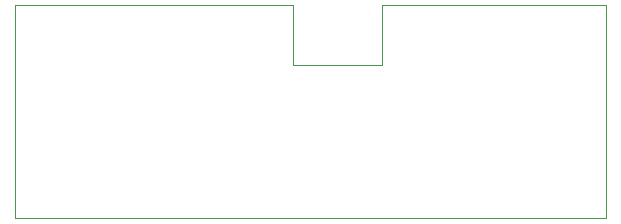
<source format=gbr>
%TF.GenerationSoftware,KiCad,Pcbnew,(5.1.6)-1*%
%TF.CreationDate,2024-07-21T17:41:17-05:00*%
%TF.ProjectId,ui_board,75695f62-6f61-4726-942e-6b696361645f,rev?*%
%TF.SameCoordinates,PX2d4cae0PY66ff300*%
%TF.FileFunction,Profile,NP*%
%FSLAX46Y46*%
G04 Gerber Fmt 4.6, Leading zero omitted, Abs format (unit mm)*
G04 Created by KiCad (PCBNEW (5.1.6)-1) date 2024-07-21 17:41:17*
%MOMM*%
%LPD*%
G01*
G04 APERTURE LIST*
%TA.AperFunction,Profile*%
%ADD10C,0.100000*%
%TD*%
G04 APERTURE END LIST*
D10*
X50000000Y0D02*
X50000000Y18000000D01*
X0Y0D02*
X50000000Y0D01*
X0Y18000000D02*
X0Y0D01*
X23500000Y18000000D02*
X0Y18000000D01*
X23500000Y13000000D02*
X23500000Y18000000D01*
X31000000Y13000000D02*
X23500000Y13000000D01*
X31000000Y18000000D02*
X31000000Y13000000D01*
X50000000Y18000000D02*
X31000000Y18000000D01*
M02*

</source>
